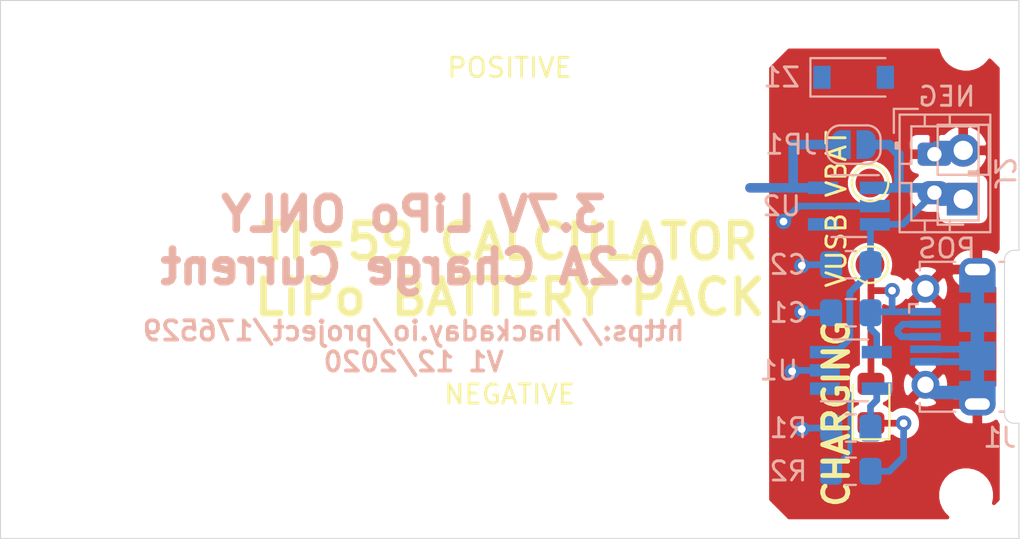
<source format=kicad_pcb>
(kicad_pcb (version 20171130) (host pcbnew "(5.1.6)-1")

  (general
    (thickness 1.6)
    (drawings 119)
    (tracks 85)
    (zones 0)
    (modules 18)
    (nets 9)
  )

  (page A4)
  (layers
    (0 F.Cu signal hide)
    (31 B.Cu signal)
    (32 B.Adhes user hide)
    (33 F.Adhes user hide)
    (34 B.Paste user hide)
    (35 F.Paste user hide)
    (36 B.SilkS user)
    (37 F.SilkS user)
    (38 B.Mask user hide)
    (39 F.Mask user hide)
    (40 Dwgs.User user hide)
    (41 Cmts.User user hide)
    (42 Eco1.User user hide)
    (43 Eco2.User user hide)
    (44 Edge.Cuts user)
    (45 Margin user hide)
    (46 B.CrtYd user hide)
    (47 F.CrtYd user hide)
    (48 B.Fab user hide)
    (49 F.Fab user hide)
  )

  (setup
    (last_trace_width 0.5)
    (user_trace_width 0.35)
    (user_trace_width 0.5)
    (user_trace_width 0.7)
    (user_trace_width 1)
    (user_trace_width 1.25)
    (user_trace_width 1.5)
    (user_trace_width 2)
    (trace_clearance 0.2)
    (zone_clearance 0.4)
    (zone_45_only no)
    (trace_min 0.2)
    (via_size 0.8)
    (via_drill 0.4)
    (via_min_size 0.4)
    (via_min_drill 0.3)
    (user_via 1 0.5)
    (user_via 1.4 0.7)
    (uvia_size 0.3)
    (uvia_drill 0.1)
    (uvias_allowed no)
    (uvia_min_size 0.2)
    (uvia_min_drill 0.1)
    (edge_width 0.05)
    (segment_width 0.2)
    (pcb_text_width 0.3)
    (pcb_text_size 1.5 1.5)
    (mod_edge_width 0.12)
    (mod_text_size 1 1)
    (mod_text_width 0.15)
    (pad_size 1.2 1.75)
    (pad_drill 0.75)
    (pad_to_mask_clearance 0.05)
    (aux_axis_origin 0 0)
    (grid_origin 150 78)
    (visible_elements 7FFFFFFF)
    (pcbplotparams
      (layerselection 0x010fc_ffffffff)
      (usegerberextensions false)
      (usegerberattributes true)
      (usegerberadvancedattributes true)
      (creategerberjobfile true)
      (excludeedgelayer true)
      (linewidth 0.100000)
      (plotframeref false)
      (viasonmask false)
      (mode 1)
      (useauxorigin false)
      (hpglpennumber 1)
      (hpglpenspeed 20)
      (hpglpendiameter 15.000000)
      (psnegative false)
      (psa4output false)
      (plotreference true)
      (plotvalue true)
      (plotinvisibletext false)
      (padsonsilk false)
      (subtractmaskfromsilk false)
      (outputformat 1)
      (mirror false)
      (drillshape 1)
      (scaleselection 1)
      (outputdirectory ""))
  )

  (net 0 "")
  (net 1 GND)
  (net 2 "Net-(D1-Pad1)")
  (net 3 "Net-(J1-Pad2)")
  (net 4 "Net-(R1-Pad1)")
  (net 5 "Net-(R2-Pad1)")
  (net 6 /VUSB)
  (net 7 /VBAT)
  (net 8 /POS)

  (net_class Default "This is the default net class."
    (clearance 0.2)
    (trace_width 0.25)
    (via_dia 0.8)
    (via_drill 0.4)
    (uvia_dia 0.3)
    (uvia_drill 0.1)
    (add_net /POS)
    (add_net /VBAT)
    (add_net /VUSB)
    (add_net GND)
    (add_net "Net-(D1-Pad1)")
    (add_net "Net-(J1-Pad2)")
    (add_net "Net-(R1-Pad1)")
    (add_net "Net-(R2-Pad1)")
  )

  (module LED_SMD:LED_0805_2012Metric_Pad1.15x1.40mm_HandSolder (layer F.Cu) (tedit 5B4B45C9) (tstamp 5FE3D590)
    (at 168.8 82.975 90)
    (descr "LED SMD 0805 (2012 Metric), square (rectangular) end terminal, IPC_7351 nominal, (Body size source: https://docs.google.com/spreadsheets/d/1BsfQQcO9C6DZCsRaXUlFlo91Tg2WpOkGARC1WS5S8t0/edit?usp=sharing), generated with kicad-footprint-generator")
    (tags "LED handsolder")
    (path /5FA329BC)
    (attr smd)
    (fp_text reference D1 (at 3.25 0 270) (layer F.SilkS) hide
      (effects (font (size 1 1) (thickness 0.15)))
    )
    (fp_text value LED (at 0 2.145 270) (layer F.Fab)
      (effects (font (size 1 1) (thickness 0.15)))
    )
    (fp_line (start 1.85 0.95) (end -1.85 0.95) (layer F.CrtYd) (width 0.05))
    (fp_line (start 1.85 -0.95) (end 1.85 0.95) (layer F.CrtYd) (width 0.05))
    (fp_line (start -1.85 -0.95) (end 1.85 -0.95) (layer F.CrtYd) (width 0.05))
    (fp_line (start -1.85 0.95) (end -1.85 -0.95) (layer F.CrtYd) (width 0.05))
    (fp_line (start -1.86 0.96) (end 1 0.96) (layer F.SilkS) (width 0.12))
    (fp_line (start -1.86 -0.96) (end -1.86 0.96) (layer F.SilkS) (width 0.12))
    (fp_line (start 1 -0.96) (end -1.86 -0.96) (layer F.SilkS) (width 0.12))
    (fp_line (start 1 0.6) (end 1 -0.6) (layer F.Fab) (width 0.1))
    (fp_line (start -1 0.6) (end 1 0.6) (layer F.Fab) (width 0.1))
    (fp_line (start -1 -0.3) (end -1 0.6) (layer F.Fab) (width 0.1))
    (fp_line (start -0.7 -0.6) (end -1 -0.3) (layer F.Fab) (width 0.1))
    (fp_line (start 1 -0.6) (end -0.7 -0.6) (layer F.Fab) (width 0.1))
    (fp_text user %R (at 0 0 270) (layer F.Fab)
      (effects (font (size 0.8 0.8) (thickness 0.12)))
    )
    (pad 2 smd roundrect (at 1.025 0 90) (size 1.15 1.4) (layers F.Cu F.Paste F.Mask) (roundrect_rratio 0.217391)
      (net 6 /VUSB))
    (pad 1 smd roundrect (at -1.025 0 90) (size 1.15 1.4) (layers F.Cu F.Paste F.Mask) (roundrect_rratio 0.217391)
      (net 2 "Net-(D1-Pad1)"))
    (model ${KISYS3DMOD}/LED_SMD.3dshapes/LED_0805_2012Metric.wrl
      (at (xyz 0 0 0))
      (scale (xyz 1 1 1))
      (rotate (xyz 0 0 0))
    )
  )

  (module MountingHole:MountingHole_2mm (layer F.Cu) (tedit 5B924920) (tstamp 5FE15CB5)
    (at 173.75 87.75)
    (descr "Mounting Hole 2mm, no annular")
    (tags "mounting hole 2mm no annular")
    (path /5FA6D864)
    (attr virtual)
    (fp_text reference H1 (at 0 -2.5) (layer F.SilkS) hide
      (effects (font (size 1 1) (thickness 0.15)))
    )
    (fp_text value MountingHole (at 0 3.1) (layer F.Fab)
      (effects (font (size 1 1) (thickness 0.15)))
    )
    (fp_circle (center 0 0) (end 2.25 0) (layer F.CrtYd) (width 0.05))
    (fp_circle (center 0 0) (end 2 0) (layer Cmts.User) (width 0.15))
    (fp_text user %R (at 0.3 0) (layer F.Fab)
      (effects (font (size 1 1) (thickness 0.15)))
    )
    (pad "" np_thru_hole circle (at 0 0) (size 2 2) (drill 2) (layers *.Cu *.Mask))
  )

  (module MountingHole:MountingHole_2mm (layer F.Cu) (tedit 5B924920) (tstamp 5FE16267)
    (at 126.15 64.25)
    (descr "Mounting Hole 2mm, no annular")
    (tags "mounting hole 2mm no annular")
    (path /5FA6FD8A)
    (attr virtual)
    (fp_text reference H2 (at 0.1 2.5) (layer F.SilkS) hide
      (effects (font (size 1 1) (thickness 0.15)))
    )
    (fp_text value MountingHole (at 0 3.1) (layer F.Fab)
      (effects (font (size 1 1) (thickness 0.15)))
    )
    (fp_circle (center 0 0) (end 2.25 0) (layer F.CrtYd) (width 0.05))
    (fp_circle (center 0 0) (end 2 0) (layer Cmts.User) (width 0.15))
    (fp_text user %R (at 0.3 0) (layer F.Fab)
      (effects (font (size 1 1) (thickness 0.15)))
    )
    (pad "" np_thru_hole circle (at 0 0) (size 2 2) (drill 2) (layers *.Cu *.Mask))
  )

  (module TestPoint:TestPoint_Pad_D1.5mm (layer F.Cu) (tedit 5A0F774F) (tstamp 5FE81AD9)
    (at 168.75 75.75)
    (descr "SMD pad as test Point, diameter 1.5mm")
    (tags "test point SMD pad")
    (path /5FA6481C)
    (attr virtual)
    (fp_text reference TP1 (at -2.5 0) (layer F.SilkS) hide
      (effects (font (size 1 1) (thickness 0.15)))
    )
    (fp_text value VUSB (at 0 2) (layer F.Fab) hide
      (effects (font (size 1 1) (thickness 0.15)))
    )
    (fp_circle (center 0 0) (end 1.25 0) (layer F.CrtYd) (width 0.05))
    (fp_circle (center 0 0) (end 0 0.95) (layer F.SilkS) (width 0.12))
    (fp_text user %R (at 0 -1.75) (layer F.Fab)
      (effects (font (size 1 1) (thickness 0.15)))
    )
    (fp_text user %V (at -1.75 -0.75 270) (layer F.SilkS)
      (effects (font (size 1 1) (thickness 0.15)))
    )
    (pad 1 smd circle (at 0 0) (size 1.5 1.5) (layers F.Cu F.Mask)
      (net 6 /VUSB))
  )

  (module TestPoint:TestPoint_Pad_D1.5mm (layer F.Cu) (tedit 5A0F774F) (tstamp 5FA4DD4B)
    (at 168.75 71.5 270)
    (descr "SMD pad as test Point, diameter 1.5mm")
    (tags "test point SMD pad")
    (path /5FA6BB86)
    (attr virtual)
    (fp_text reference TP2 (at 0 2.5) (layer F.SilkS) hide
      (effects (font (size 1 1) (thickness 0.15)))
    )
    (fp_text value VBAT (at 1.75 0 180) (layer F.Fab)
      (effects (font (size 1 1) (thickness 0.15)))
    )
    (fp_circle (center 0 0) (end 1.25 0) (layer F.CrtYd) (width 0.05))
    (fp_circle (center 0 0) (end 0 0.95) (layer F.SilkS) (width 0.12))
    (fp_text user %R (at -1.75 0 180) (layer F.Fab) hide
      (effects (font (size 1 1) (thickness 0.15)))
    )
    (fp_text user %V (at -1 1.75 90) (layer F.SilkS)
      (effects (font (size 1 1) (thickness 0.15)))
    )
    (pad 1 smd circle (at 0 0 270) (size 1.5 1.5) (layers F.Cu F.Mask)
      (net 7 /VBAT))
  )

  (module Connector_USB:USB_Micro-B_Molex-105017-0001 (layer B.Cu) (tedit 5FCA4985) (tstamp 5FE16B3C)
    (at 173.1 79.5 270)
    (descr http://www.molex.com/pdm_docs/sd/1050170001_sd.pdf)
    (tags "Micro-USB SMD Typ-B")
    (path /5FA30285)
    (attr smd)
    (fp_text reference J1 (at 5.25 -2.4 180) (layer B.SilkS)
      (effects (font (size 1 1) (thickness 0.15)) (justify mirror))
    )
    (fp_text value USB_B_Micro (at 0.25 -4.5 90) (layer B.Fab)
      (effects (font (size 1 1) (thickness 0.15)) (justify mirror))
    )
    (fp_line (start -1.1 2.1225) (end -1.1 1.9125) (layer B.Fab) (width 0.1))
    (fp_line (start -1.5 2.1225) (end -1.5 1.9125) (layer B.Fab) (width 0.1))
    (fp_line (start -1.5 2.1225) (end -1.1 2.1225) (layer B.Fab) (width 0.1))
    (fp_line (start -1.1 1.9125) (end -1.3 1.7125) (layer B.Fab) (width 0.1))
    (fp_line (start -1.3 1.7125) (end -1.5 1.9125) (layer B.Fab) (width 0.1))
    (fp_line (start -1.7 2.3125) (end -1.7 1.8625) (layer B.SilkS) (width 0.12))
    (fp_line (start -1.7 2.3125) (end -1.25 2.3125) (layer B.SilkS) (width 0.12))
    (fp_line (start 3.9 1.7625) (end 3.45 1.7625) (layer B.SilkS) (width 0.12))
    (fp_line (start 3.9 -0.0875) (end 3.9 1.7625) (layer B.SilkS) (width 0.12))
    (fp_line (start -3.9 -2.6375) (end -3.9 -2.3875) (layer B.SilkS) (width 0.12))
    (fp_line (start -3.75 -3.3875) (end -3.75 1.6125) (layer B.Fab) (width 0.1))
    (fp_line (start -3.75 1.6125) (end 3.75 1.6125) (layer B.Fab) (width 0.1))
    (fp_line (start -3.75 -3.389204) (end 3.75 -3.389204) (layer B.Fab) (width 0.1))
    (fp_line (start -3 -2.689204) (end 3 -2.689204) (layer B.Fab) (width 0.1))
    (fp_line (start 3.75 -3.3875) (end 3.75 1.6125) (layer B.Fab) (width 0.1))
    (fp_line (start 3.9 -2.6375) (end 3.9 -2.3875) (layer B.SilkS) (width 0.12))
    (fp_line (start -3.9 -0.0875) (end -3.9 1.7625) (layer B.SilkS) (width 0.12))
    (fp_line (start -3.9 1.7625) (end -3.45 1.7625) (layer B.SilkS) (width 0.12))
    (fp_line (start -4.4 -3.64) (end -4.4 2.46) (layer B.CrtYd) (width 0.05))
    (fp_line (start -4.4 2.46) (end 4.4 2.46) (layer B.CrtYd) (width 0.05))
    (fp_line (start 4.4 2.46) (end 4.4 -3.64) (layer B.CrtYd) (width 0.05))
    (fp_line (start -4.4 -3.64) (end 4.4 -3.64) (layer B.CrtYd) (width 0.05))
    (fp_text user "PCB Edge" (at 0 -2.6875 90) (layer B.Fab)
      (effects (font (size 0.5 0.5) (thickness 0.08)))
    )
    (fp_text user %R (at 0 -0.8875 90) (layer B.Fab)
      (effects (font (size 1 1) (thickness 0.15)) (justify mirror))
    )
    (pad 6 smd rect (at 1 -1.2375 270) (size 1.5 1.9) (layers B.Cu B.Paste B.Mask)
      (net 1 GND))
    (pad 6 thru_hole circle (at -2.5 1.4625 270) (size 1.45 1.45) (drill 0.85) (layers *.Cu *.Mask)
      (net 1 GND))
    (pad 2 smd rect (at -0.65 1.4625 270) (size 0.4 1.6) (layers B.Cu B.Paste B.Mask)
      (net 3 "Net-(J1-Pad2)"))
    (pad 1 smd rect (at -1.3 1.4625 270) (size 0.4 1.6) (layers B.Cu B.Paste B.Mask)
      (net 6 /VUSB))
    (pad 5 smd rect (at 1.3 1.4625 270) (size 0.4 1.6) (layers B.Cu B.Paste B.Mask)
      (net 1 GND))
    (pad 4 smd rect (at 0.65 1.4625 270) (size 0.4 1.6) (layers B.Cu B.Paste B.Mask)
      (net 1 GND))
    (pad 3 smd rect (at 0 1.4625 270) (size 0.4 1.6) (layers B.Cu B.Paste B.Mask)
      (net 3 "Net-(J1-Pad2)"))
    (pad 6 thru_hole circle (at 2.5 1.4625 270) (size 1.45 1.45) (drill 0.85) (layers *.Cu *.Mask)
      (net 1 GND))
    (pad 6 smd rect (at -1 -1.2375 270) (size 1.5 1.9) (layers B.Cu B.Paste B.Mask)
      (net 1 GND))
    (pad 6 thru_hole oval (at -3.5 -1.2375 90) (size 1.2 1.9) (drill oval 0.6 1.3) (layers *.Cu *.Mask)
      (net 1 GND))
    (pad 6 thru_hole oval (at 3.5 -1.2375 270) (size 1.2 1.9) (drill oval 0.6 1.3) (layers *.Cu *.Mask)
      (net 1 GND))
    (pad 6 smd rect (at 2.9 -1.2375 270) (size 1.2 1.9) (layers B.Cu B.Mask)
      (net 1 GND))
    (pad 6 smd rect (at -2.9 -1.2375 270) (size 1.2 1.9) (layers B.Cu B.Mask)
      (net 1 GND))
    (model ${KIPRJMOD}/105017-0001_stp/1050170001.stp
      (offset (xyz 0 -1 1.2))
      (scale (xyz 1 1 1))
      (rotate (xyz 90 180 180))
    )
  )

  (module Jumper:SolderJumper-2_P1.3mm_Open_RoundedPad1.0x1.5mm (layer B.Cu) (tedit 5B391E66) (tstamp 5FE3D152)
    (at 167.9 69.5 180)
    (descr "SMD Solder Jumper, 1x1.5mm, rounded Pads, 0.3mm gap, open")
    (tags "solder jumper open")
    (path /5FC68823)
    (attr virtual)
    (fp_text reference JP1 (at 3.25 0) (layer B.SilkS)
      (effects (font (size 1 1) (thickness 0.15)) (justify mirror))
    )
    (fp_text value BYPASS (at 3.15 0) (layer B.Fab)
      (effects (font (size 0.5 0.5) (thickness 0.08)) (justify mirror))
    )
    (fp_line (start 1.65 -1.25) (end -1.65 -1.25) (layer B.CrtYd) (width 0.05))
    (fp_line (start 1.65 -1.25) (end 1.65 1.25) (layer B.CrtYd) (width 0.05))
    (fp_line (start -1.65 1.25) (end -1.65 -1.25) (layer B.CrtYd) (width 0.05))
    (fp_line (start -1.65 1.25) (end 1.65 1.25) (layer B.CrtYd) (width 0.05))
    (fp_line (start -0.7 1) (end 0.7 1) (layer B.SilkS) (width 0.12))
    (fp_line (start 1.4 0.3) (end 1.4 -0.3) (layer B.SilkS) (width 0.12))
    (fp_line (start 0.7 -1) (end -0.7 -1) (layer B.SilkS) (width 0.12))
    (fp_line (start -1.4 -0.3) (end -1.4 0.3) (layer B.SilkS) (width 0.12))
    (fp_arc (start 0.7 0.3) (end 1.4 0.3) (angle 90) (layer B.SilkS) (width 0.12))
    (fp_arc (start 0.7 -0.3) (end 0.7 -1) (angle 90) (layer B.SilkS) (width 0.12))
    (fp_arc (start -0.7 -0.3) (end -1.4 -0.3) (angle 90) (layer B.SilkS) (width 0.12))
    (fp_arc (start -0.7 0.3) (end -0.7 1) (angle 90) (layer B.SilkS) (width 0.12))
    (pad 1 smd custom (at -0.65 0 180) (size 1 0.5) (layers B.Cu B.Mask)
      (net 7 /VBAT) (zone_connect 2)
      (options (clearance outline) (anchor rect))
      (primitives
        (gr_circle (center 0 -0.25) (end 0.5 -0.25) (width 0))
        (gr_circle (center 0 0.25) (end 0.5 0.25) (width 0))
        (gr_poly (pts
           (xy 0 0.75) (xy 0.5 0.75) (xy 0.5 -0.75) (xy 0 -0.75)) (width 0))
      ))
    (pad 2 smd custom (at 0.65 0 180) (size 1 0.5) (layers B.Cu B.Mask)
      (net 8 /POS) (zone_connect 2)
      (options (clearance outline) (anchor rect))
      (primitives
        (gr_circle (center 0 -0.25) (end 0.5 -0.25) (width 0))
        (gr_circle (center 0 0.25) (end 0.5 0.25) (width 0))
        (gr_poly (pts
           (xy 0 0.75) (xy -0.5 0.75) (xy -0.5 -0.75) (xy 0 -0.75)) (width 0))
      ))
  )

  (module Diode_SMD:D_SOD-123 (layer B.Cu) (tedit 58645DC7) (tstamp 5FE82474)
    (at 167.9 66)
    (descr SOD-123)
    (tags SOD-123)
    (path /5FBFFFE1)
    (attr smd)
    (fp_text reference Z1 (at -3.75 0) (layer B.SilkS)
      (effects (font (size 1 1) (thickness 0.15)) (justify mirror))
    )
    (fp_text value MMBZ5231 (at -4.75 0) (layer B.Fab)
      (effects (font (size 0.5 0.5) (thickness 0.08)) (justify mirror))
    )
    (fp_line (start -2.25 1) (end 1.65 1) (layer B.SilkS) (width 0.12))
    (fp_line (start -2.25 -1) (end 1.65 -1) (layer B.SilkS) (width 0.12))
    (fp_line (start -2.35 1.15) (end -2.35 -1.15) (layer B.CrtYd) (width 0.05))
    (fp_line (start 2.35 -1.15) (end -2.35 -1.15) (layer B.CrtYd) (width 0.05))
    (fp_line (start 2.35 1.15) (end 2.35 -1.15) (layer B.CrtYd) (width 0.05))
    (fp_line (start -2.35 1.15) (end 2.35 1.15) (layer B.CrtYd) (width 0.05))
    (fp_line (start -1.4 0.9) (end 1.4 0.9) (layer B.Fab) (width 0.1))
    (fp_line (start 1.4 0.9) (end 1.4 -0.9) (layer B.Fab) (width 0.1))
    (fp_line (start 1.4 -0.9) (end -1.4 -0.9) (layer B.Fab) (width 0.1))
    (fp_line (start -1.4 -0.9) (end -1.4 0.9) (layer B.Fab) (width 0.1))
    (fp_line (start -0.75 0) (end -0.35 0) (layer B.Fab) (width 0.1))
    (fp_line (start -0.35 0) (end -0.35 0.55) (layer B.Fab) (width 0.1))
    (fp_line (start -0.35 0) (end -0.35 -0.55) (layer B.Fab) (width 0.1))
    (fp_line (start -0.35 0) (end 0.25 0.4) (layer B.Fab) (width 0.1))
    (fp_line (start 0.25 0.4) (end 0.25 -0.4) (layer B.Fab) (width 0.1))
    (fp_line (start 0.25 -0.4) (end -0.35 0) (layer B.Fab) (width 0.1))
    (fp_line (start 0.25 0) (end 0.75 0) (layer B.Fab) (width 0.1))
    (fp_line (start -2.25 1) (end -2.25 -1) (layer B.SilkS) (width 0.12))
    (fp_text user %R (at -0.5 -2) (layer B.Fab)
      (effects (font (size 1 1) (thickness 0.15)) (justify mirror))
    )
    (pad 1 smd rect (at -1.65 0) (size 0.9 1.2) (layers B.Cu B.Paste B.Mask)
      (net 8 /POS))
    (pad 2 smd rect (at 1.65 0) (size 0.9 1.2) (layers B.Cu B.Paste B.Mask)
      (net 1 GND))
    (model ${KISYS3DMOD}/Diode_SMD.3dshapes/D_SOD-123.wrl
      (at (xyz 0 0 0))
      (scale (xyz 1 1 1))
      (rotate (xyz 0 0 0))
    )
  )

  (module Connector_JST:JST_PH_B2B-PH-K_1x02_P2.00mm_Vertical (layer B.Cu) (tedit 5FE7DE2A) (tstamp 5FE16A6E)
    (at 172.1 70 270)
    (descr "JST PH series connector, B2B-PH-K (http://www.jst-mfg.com/product/pdf/eng/ePH.pdf), generated with kicad-footprint-generator")
    (tags "connector JST PH side entry")
    (path /5FA46519)
    (fp_text reference J2 (at 1 -3.65 270 unlocked) (layer B.SilkS)
      (effects (font (size 1 1) (thickness 0.15)) (justify mirror))
    )
    (fp_text value "JST PH 2mm" (at -3.5 1.1 90) (layer B.Fab)
      (effects (font (size 0.5 0.5) (thickness 0.08)) (justify mirror))
    )
    (fp_line (start 4.45 2.2) (end -2.45 2.2) (layer B.CrtYd) (width 0.05))
    (fp_line (start 4.45 -3.3) (end 4.45 2.2) (layer B.CrtYd) (width 0.05))
    (fp_line (start -2.45 -3.3) (end 4.45 -3.3) (layer B.CrtYd) (width 0.05))
    (fp_line (start -2.45 2.2) (end -2.45 -3.3) (layer B.CrtYd) (width 0.05))
    (fp_line (start 3.95 1.7) (end -1.95 1.7) (layer B.Fab) (width 0.1))
    (fp_line (start 3.95 -2.8) (end 3.95 1.7) (layer B.Fab) (width 0.1))
    (fp_line (start -1.95 -2.8) (end 3.95 -2.8) (layer B.Fab) (width 0.1))
    (fp_line (start -1.95 1.7) (end -1.95 -2.8) (layer B.Fab) (width 0.1))
    (fp_line (start -2.36 2.11) (end -2.36 0.86) (layer B.Fab) (width 0.1))
    (fp_line (start -1.11 2.11) (end -2.36 2.11) (layer B.Fab) (width 0.1))
    (fp_line (start -2.36 2.11) (end -2.36 0.86) (layer B.SilkS) (width 0.12))
    (fp_line (start -1.11 2.11) (end -2.36 2.11) (layer B.SilkS) (width 0.12))
    (fp_line (start 1 -2.3) (end 1 -1.8) (layer B.SilkS) (width 0.12))
    (fp_line (start 1.1 -1.8) (end 1.1 -2.3) (layer B.SilkS) (width 0.12))
    (fp_line (start 0.9 -1.8) (end 1.1 -1.8) (layer B.SilkS) (width 0.12))
    (fp_line (start 0.9 -2.3) (end 0.9 -1.8) (layer B.SilkS) (width 0.12))
    (fp_line (start 4.06 -0.8) (end 3.45 -0.8) (layer B.SilkS) (width 0.12))
    (fp_line (start 4.06 0.5) (end 3.45 0.5) (layer B.SilkS) (width 0.12))
    (fp_line (start -2.06 -0.8) (end -1.45 -0.8) (layer B.SilkS) (width 0.12))
    (fp_line (start -2.06 0.5) (end -1.45 0.5) (layer B.SilkS) (width 0.12))
    (fp_line (start 1.5 1.2) (end 1.5 1.81) (layer B.SilkS) (width 0.12))
    (fp_line (start 3.45 1.2) (end 1.5 1.2) (layer B.SilkS) (width 0.12))
    (fp_line (start 3.45 -2.3) (end 3.45 1.2) (layer B.SilkS) (width 0.12))
    (fp_line (start -1.45 -2.3) (end 3.45 -2.3) (layer B.SilkS) (width 0.12))
    (fp_line (start -1.45 1.2) (end -1.45 -2.3) (layer B.SilkS) (width 0.12))
    (fp_line (start 0.5 1.2) (end -1.45 1.2) (layer B.SilkS) (width 0.12))
    (fp_line (start 0.5 1.81) (end 0.5 1.2) (layer B.SilkS) (width 0.12))
    (fp_line (start -0.3 1.91) (end -0.6 1.91) (layer B.SilkS) (width 0.12))
    (fp_line (start -0.6 2.01) (end -0.6 1.81) (layer B.SilkS) (width 0.12))
    (fp_line (start -0.3 2.01) (end -0.6 2.01) (layer B.SilkS) (width 0.12))
    (fp_line (start -0.3 1.81) (end -0.3 2.01) (layer B.SilkS) (width 0.12))
    (fp_line (start 4.06 1.81) (end -2.06 1.81) (layer B.SilkS) (width 0.12))
    (fp_line (start 4.06 -2.91) (end 4.06 1.81) (layer B.SilkS) (width 0.12))
    (fp_line (start -2.06 -2.91) (end 4.06 -2.91) (layer B.SilkS) (width 0.12))
    (fp_line (start -2.06 1.81) (end -2.06 -2.91) (layer B.SilkS) (width 0.12))
    (fp_text user %R (at 1 -1.5 90) (layer B.Fab)
      (effects (font (size 1 1) (thickness 0.15)) (justify mirror))
    )
    (pad 1 thru_hole roundrect (at 0 0 270) (size 1.2 1.75) (drill 0.75) (layers *.Cu *.Mask) (roundrect_rratio 0.208333)
      (net 1 GND))
    (pad 2 thru_hole oval (at 2 0 270) (size 1.2 1.75) (drill 0.75) (layers *.Cu *.Mask)
      (net 7 /VBAT))
    (model ${KISYS3DMOD}/Connector_JST.3dshapes/JST_PH_B2B-PH-K_1x02_P2.00mm_Vertical.wrl
      (at (xyz 0 0 0))
      (scale (xyz 1 1 1))
      (rotate (xyz 0 0 0))
    )
  )

  (module Connector_PinHeader_2.54mm:PinHeader_1x02_P2.54mm_Vertical (layer B.Cu) (tedit 5FE7DE21) (tstamp 5FCA6D78)
    (at 173.6 72.34)
    (descr "Through hole straight pin header, 1x02, 2.54mm pitch, single row")
    (tags "Through hole pin header THT 1x02 2.54mm single row")
    (path /5FA5D61E)
    (fp_text reference J3 (at 0 2.33) (layer B.SilkS) hide
      (effects (font (size 1 1) (thickness 0.15)) (justify mirror))
    )
    (fp_text value 2.54mm (at 0.65 -5.84 90) (layer B.Fab)
      (effects (font (size 0.5 0.5) (thickness 0.08)) (justify mirror))
    )
    (fp_line (start 1.8 1.8) (end -1.8 1.8) (layer B.CrtYd) (width 0.05))
    (fp_line (start 1.8 -4.35) (end 1.8 1.8) (layer B.CrtYd) (width 0.05))
    (fp_line (start -1.8 -4.35) (end 1.8 -4.35) (layer B.CrtYd) (width 0.05))
    (fp_line (start -1.8 1.8) (end -1.8 -4.35) (layer B.CrtYd) (width 0.05))
    (fp_line (start -1.33 1.33) (end 0 1.33) (layer B.SilkS) (width 0.12))
    (fp_line (start -1.33 0) (end -1.33 1.33) (layer B.SilkS) (width 0.12))
    (fp_line (start -1.33 -1.27) (end 1.33 -1.27) (layer B.SilkS) (width 0.12))
    (fp_line (start 1.33 -1.27) (end 1.33 -3.87) (layer B.SilkS) (width 0.12))
    (fp_line (start -1.33 -1.27) (end -1.33 -3.87) (layer B.SilkS) (width 0.12))
    (fp_line (start -1.33 -3.87) (end 1.33 -3.87) (layer B.SilkS) (width 0.12))
    (fp_line (start -1.27 0.635) (end -0.635 1.27) (layer B.Fab) (width 0.1))
    (fp_line (start -1.27 -3.81) (end -1.27 0.635) (layer B.Fab) (width 0.1))
    (fp_line (start 1.27 -3.81) (end -1.27 -3.81) (layer B.Fab) (width 0.1))
    (fp_line (start 1.27 1.27) (end 1.27 -3.81) (layer B.Fab) (width 0.1))
    (fp_line (start -0.635 1.27) (end 1.27 1.27) (layer B.Fab) (width 0.1))
    (fp_text user %R (at 0 -1.27 270) (layer B.Fab)
      (effects (font (size 1 1) (thickness 0.15)) (justify mirror))
    )
    (pad 1 thru_hole rect (at 0 0) (size 1.7 1.7) (drill 1) (layers *.Cu *.Mask)
      (net 7 /VBAT))
    (pad 2 thru_hole oval (at 0 -2.54) (size 1.7 1.7) (drill 1) (layers *.Cu *.Mask)
      (net 1 GND))
    (model ${KISYS3DMOD}/Connector_PinHeader_2.54mm.3dshapes/PinHeader_1x02_P2.54mm_Vertical.wrl
      (at (xyz 0 0 0))
      (scale (xyz 1 1 1))
      (rotate (xyz 0 0 0))
    )
  )

  (module MountingHole:MountingHole_2mm (layer F.Cu) (tedit 5B924920) (tstamp 5FE161D8)
    (at 126 87.75)
    (descr "Mounting Hole 2mm, no annular")
    (tags "mounting hole 2mm no annular")
    (path /5FE17461)
    (attr virtual)
    (fp_text reference H3 (at 0 -2.5) (layer F.SilkS) hide
      (effects (font (size 1 1) (thickness 0.15)))
    )
    (fp_text value MountingHole (at 0 3.1) (layer F.Fab)
      (effects (font (size 1 1) (thickness 0.15)))
    )
    (fp_circle (center 0 0) (end 2 0) (layer Cmts.User) (width 0.15))
    (fp_circle (center 0 0) (end 2.25 0) (layer F.CrtYd) (width 0.05))
    (fp_text user %R (at 0.3 0) (layer F.Fab)
      (effects (font (size 1 1) (thickness 0.15)))
    )
    (pad "" np_thru_hole circle (at 0 0) (size 2 2) (drill 2) (layers *.Cu *.Mask))
  )

  (module MountingHole:MountingHole_2mm (layer F.Cu) (tedit 5B924920) (tstamp 5FE161E0)
    (at 173.75 64.25)
    (descr "Mounting Hole 2mm, no annular")
    (tags "mounting hole 2mm no annular")
    (path /5FE17467)
    (attr virtual)
    (fp_text reference H4 (at 0 2.5) (layer F.SilkS) hide
      (effects (font (size 1 1) (thickness 0.15)))
    )
    (fp_text value MountingHole (at 0 3.1) (layer F.Fab)
      (effects (font (size 1 1) (thickness 0.15)))
    )
    (fp_circle (center 0 0) (end 2.25 0) (layer F.CrtYd) (width 0.05))
    (fp_circle (center 0 0) (end 2 0) (layer Cmts.User) (width 0.15))
    (fp_text user %R (at 0.3 0) (layer F.Fab)
      (effects (font (size 1 1) (thickness 0.15)))
    )
    (pad "" np_thru_hole circle (at 0 0) (size 2 2) (drill 2) (layers *.Cu *.Mask))
  )

  (module Capacitor_SMD:C_0805_2012Metric_Pad1.15x1.40mm_HandSolder (layer B.Cu) (tedit 5B36C52B) (tstamp 5FE80DB3)
    (at 167.75 78.25 180)
    (descr "Capacitor SMD 0805 (2012 Metric), square (rectangular) end terminal, IPC_7351 nominal with elongated pad for handsoldering. (Body size source: https://docs.google.com/spreadsheets/d/1BsfQQcO9C6DZCsRaXUlFlo91Tg2WpOkGARC1WS5S8t0/edit?usp=sharing), generated with kicad-footprint-generator")
    (tags "capacitor handsolder")
    (path /5FA386FD)
    (attr smd)
    (fp_text reference C1 (at 3.25 0) (layer B.SilkS)
      (effects (font (size 1 1) (thickness 0.15)) (justify mirror))
    )
    (fp_text value 4.7uF (at 0 -1.65) (layer B.Fab)
      (effects (font (size 1 1) (thickness 0.15)) (justify mirror))
    )
    (fp_text user %R (at 0 0) (layer B.Fab)
      (effects (font (size 0.5 0.5) (thickness 0.08)) (justify mirror))
    )
    (fp_line (start -1 -0.6) (end -1 0.6) (layer B.Fab) (width 0.1))
    (fp_line (start -1 0.6) (end 1 0.6) (layer B.Fab) (width 0.1))
    (fp_line (start 1 0.6) (end 1 -0.6) (layer B.Fab) (width 0.1))
    (fp_line (start 1 -0.6) (end -1 -0.6) (layer B.Fab) (width 0.1))
    (fp_line (start -0.261252 0.71) (end 0.261252 0.71) (layer B.SilkS) (width 0.12))
    (fp_line (start -0.261252 -0.71) (end 0.261252 -0.71) (layer B.SilkS) (width 0.12))
    (fp_line (start -1.85 -0.95) (end -1.85 0.95) (layer B.CrtYd) (width 0.05))
    (fp_line (start -1.85 0.95) (end 1.85 0.95) (layer B.CrtYd) (width 0.05))
    (fp_line (start 1.85 0.95) (end 1.85 -0.95) (layer B.CrtYd) (width 0.05))
    (fp_line (start 1.85 -0.95) (end -1.85 -0.95) (layer B.CrtYd) (width 0.05))
    (pad 2 smd roundrect (at 1.025 0 180) (size 1.15 1.4) (layers B.Cu B.Paste B.Mask) (roundrect_rratio 0.217391)
      (net 1 GND))
    (pad 1 smd roundrect (at -1.025 0 180) (size 1.15 1.4) (layers B.Cu B.Paste B.Mask) (roundrect_rratio 0.217391)
      (net 6 /VUSB))
    (model ${KISYS3DMOD}/Capacitor_SMD.3dshapes/C_0805_2012Metric.wrl
      (at (xyz 0 0 0))
      (scale (xyz 1 1 1))
      (rotate (xyz 0 0 0))
    )
  )

  (module Capacitor_SMD:C_0805_2012Metric_Pad1.15x1.40mm_HandSolder (layer B.Cu) (tedit 5B36C52B) (tstamp 5FE80DC3)
    (at 167.75 75.75 180)
    (descr "Capacitor SMD 0805 (2012 Metric), square (rectangular) end terminal, IPC_7351 nominal with elongated pad for handsoldering. (Body size source: https://docs.google.com/spreadsheets/d/1BsfQQcO9C6DZCsRaXUlFlo91Tg2WpOkGARC1WS5S8t0/edit?usp=sharing), generated with kicad-footprint-generator")
    (tags "capacitor handsolder")
    (path /5FB54FB6)
    (attr smd)
    (fp_text reference C2 (at 3.25 0) (layer B.SilkS)
      (effects (font (size 1 1) (thickness 0.15)) (justify mirror))
    )
    (fp_text value 4.7uF (at 0 -1.65) (layer B.Fab)
      (effects (font (size 1 1) (thickness 0.15)) (justify mirror))
    )
    (fp_line (start 1.85 -0.95) (end -1.85 -0.95) (layer B.CrtYd) (width 0.05))
    (fp_line (start 1.85 0.95) (end 1.85 -0.95) (layer B.CrtYd) (width 0.05))
    (fp_line (start -1.85 0.95) (end 1.85 0.95) (layer B.CrtYd) (width 0.05))
    (fp_line (start -1.85 -0.95) (end -1.85 0.95) (layer B.CrtYd) (width 0.05))
    (fp_line (start -0.261252 -0.71) (end 0.261252 -0.71) (layer B.SilkS) (width 0.12))
    (fp_line (start -0.261252 0.71) (end 0.261252 0.71) (layer B.SilkS) (width 0.12))
    (fp_line (start 1 -0.6) (end -1 -0.6) (layer B.Fab) (width 0.1))
    (fp_line (start 1 0.6) (end 1 -0.6) (layer B.Fab) (width 0.1))
    (fp_line (start -1 0.6) (end 1 0.6) (layer B.Fab) (width 0.1))
    (fp_line (start -1 -0.6) (end -1 0.6) (layer B.Fab) (width 0.1))
    (fp_text user %R (at 0 0) (layer B.Fab)
      (effects (font (size 0.5 0.5) (thickness 0.08)) (justify mirror))
    )
    (pad 1 smd roundrect (at -1.025 0 180) (size 1.15 1.4) (layers B.Cu B.Paste B.Mask) (roundrect_rratio 0.217391)
      (net 7 /VBAT))
    (pad 2 smd roundrect (at 1.025 0 180) (size 1.15 1.4) (layers B.Cu B.Paste B.Mask) (roundrect_rratio 0.217391)
      (net 1 GND))
    (model ${KISYS3DMOD}/Capacitor_SMD.3dshapes/C_0805_2012Metric.wrl
      (at (xyz 0 0 0))
      (scale (xyz 1 1 1))
      (rotate (xyz 0 0 0))
    )
  )

  (module Resistor_SMD:R_0805_2012Metric_Pad1.15x1.40mm_HandSolder (layer B.Cu) (tedit 5B36C52B) (tstamp 5FE80E4D)
    (at 167.75 84.25 180)
    (descr "Resistor SMD 0805 (2012 Metric), square (rectangular) end terminal, IPC_7351 nominal with elongated pad for handsoldering. (Body size source: https://docs.google.com/spreadsheets/d/1BsfQQcO9C6DZCsRaXUlFlo91Tg2WpOkGARC1WS5S8t0/edit?usp=sharing), generated with kicad-footprint-generator")
    (tags "resistor handsolder")
    (path /5FA320F0)
    (attr smd)
    (fp_text reference R1 (at 3.25 0) (layer B.SilkS)
      (effects (font (size 1 1) (thickness 0.15)) (justify mirror))
    )
    (fp_text value 4.7K (at 0 -1.65) (layer B.Fab)
      (effects (font (size 1 1) (thickness 0.15)) (justify mirror))
    )
    (fp_line (start 1.85 -0.95) (end -1.85 -0.95) (layer B.CrtYd) (width 0.05))
    (fp_line (start 1.85 0.95) (end 1.85 -0.95) (layer B.CrtYd) (width 0.05))
    (fp_line (start -1.85 0.95) (end 1.85 0.95) (layer B.CrtYd) (width 0.05))
    (fp_line (start -1.85 -0.95) (end -1.85 0.95) (layer B.CrtYd) (width 0.05))
    (fp_line (start -0.261252 -0.71) (end 0.261252 -0.71) (layer B.SilkS) (width 0.12))
    (fp_line (start -0.261252 0.71) (end 0.261252 0.71) (layer B.SilkS) (width 0.12))
    (fp_line (start 1 -0.6) (end -1 -0.6) (layer B.Fab) (width 0.1))
    (fp_line (start 1 0.6) (end 1 -0.6) (layer B.Fab) (width 0.1))
    (fp_line (start -1 0.6) (end 1 0.6) (layer B.Fab) (width 0.1))
    (fp_line (start -1 -0.6) (end -1 0.6) (layer B.Fab) (width 0.1))
    (fp_text user %R (at 0 0) (layer B.Fab)
      (effects (font (size 0.5 0.5) (thickness 0.08)) (justify mirror))
    )
    (pad 1 smd roundrect (at -1.025 0 180) (size 1.15 1.4) (layers B.Cu B.Paste B.Mask) (roundrect_rratio 0.217391)
      (net 4 "Net-(R1-Pad1)"))
    (pad 2 smd roundrect (at 1.025 0 180) (size 1.15 1.4) (layers B.Cu B.Paste B.Mask) (roundrect_rratio 0.217391)
      (net 1 GND))
    (model ${KISYS3DMOD}/Resistor_SMD.3dshapes/R_0805_2012Metric.wrl
      (at (xyz 0 0 0))
      (scale (xyz 1 1 1))
      (rotate (xyz 0 0 0))
    )
  )

  (module Resistor_SMD:R_0805_2012Metric_Pad1.15x1.40mm_HandSolder (layer B.Cu) (tedit 5B36C52B) (tstamp 5FE80DE3)
    (at 167.75 86.5)
    (descr "Resistor SMD 0805 (2012 Metric), square (rectangular) end terminal, IPC_7351 nominal with elongated pad for handsoldering. (Body size source: https://docs.google.com/spreadsheets/d/1BsfQQcO9C6DZCsRaXUlFlo91Tg2WpOkGARC1WS5S8t0/edit?usp=sharing), generated with kicad-footprint-generator")
    (tags "resistor handsolder")
    (path /5FA33B5B)
    (attr smd)
    (fp_text reference R2 (at -3.25 0) (layer B.SilkS)
      (effects (font (size 1 1) (thickness 0.15)) (justify mirror))
    )
    (fp_text value 470 (at 0 -1.65) (layer B.Fab)
      (effects (font (size 1 1) (thickness 0.15)) (justify mirror))
    )
    (fp_text user %R (at 0 0) (layer B.Fab)
      (effects (font (size 0.5 0.5) (thickness 0.08)) (justify mirror))
    )
    (fp_line (start -1 -0.6) (end -1 0.6) (layer B.Fab) (width 0.1))
    (fp_line (start -1 0.6) (end 1 0.6) (layer B.Fab) (width 0.1))
    (fp_line (start 1 0.6) (end 1 -0.6) (layer B.Fab) (width 0.1))
    (fp_line (start 1 -0.6) (end -1 -0.6) (layer B.Fab) (width 0.1))
    (fp_line (start -0.261252 0.71) (end 0.261252 0.71) (layer B.SilkS) (width 0.12))
    (fp_line (start -0.261252 -0.71) (end 0.261252 -0.71) (layer B.SilkS) (width 0.12))
    (fp_line (start -1.85 -0.95) (end -1.85 0.95) (layer B.CrtYd) (width 0.05))
    (fp_line (start -1.85 0.95) (end 1.85 0.95) (layer B.CrtYd) (width 0.05))
    (fp_line (start 1.85 0.95) (end 1.85 -0.95) (layer B.CrtYd) (width 0.05))
    (fp_line (start 1.85 -0.95) (end -1.85 -0.95) (layer B.CrtYd) (width 0.05))
    (pad 2 smd roundrect (at 1.025 0) (size 1.15 1.4) (layers B.Cu B.Paste B.Mask) (roundrect_rratio 0.217391)
      (net 2 "Net-(D1-Pad1)"))
    (pad 1 smd roundrect (at -1.025 0) (size 1.15 1.4) (layers B.Cu B.Paste B.Mask) (roundrect_rratio 0.217391)
      (net 5 "Net-(R2-Pad1)"))
    (model ${KISYS3DMOD}/Resistor_SMD.3dshapes/R_0805_2012Metric.wrl
      (at (xyz 0 0 0))
      (scale (xyz 1 1 1))
      (rotate (xyz 0 0 0))
    )
  )

  (module Package_TO_SOT_SMD:SOT-23-5_HandSoldering (layer B.Cu) (tedit 5A0AB76C) (tstamp 5FE80DF3)
    (at 167.75 81.25)
    (descr "5-pin SOT23 package")
    (tags "SOT-23-5 hand-soldering")
    (path /5FA2FB74)
    (attr smd)
    (fp_text reference U1 (at -3.75 0) (layer B.SilkS)
      (effects (font (size 1 1) (thickness 0.15)) (justify mirror))
    )
    (fp_text value MCP73831-2-OT (at 0 -2.9) (layer B.Fab)
      (effects (font (size 1 1) (thickness 0.15)) (justify mirror))
    )
    (fp_line (start 2.38 -1.8) (end -2.38 -1.8) (layer B.CrtYd) (width 0.05))
    (fp_line (start 2.38 -1.8) (end 2.38 1.8) (layer B.CrtYd) (width 0.05))
    (fp_line (start -2.38 1.8) (end -2.38 -1.8) (layer B.CrtYd) (width 0.05))
    (fp_line (start -2.38 1.8) (end 2.38 1.8) (layer B.CrtYd) (width 0.05))
    (fp_line (start 0.9 1.55) (end 0.9 -1.55) (layer B.Fab) (width 0.1))
    (fp_line (start 0.9 -1.55) (end -0.9 -1.55) (layer B.Fab) (width 0.1))
    (fp_line (start -0.9 0.9) (end -0.9 -1.55) (layer B.Fab) (width 0.1))
    (fp_line (start 0.9 1.55) (end -0.25 1.55) (layer B.Fab) (width 0.1))
    (fp_line (start -0.9 0.9) (end -0.25 1.55) (layer B.Fab) (width 0.1))
    (fp_line (start 0.9 1.61) (end -1.55 1.61) (layer B.SilkS) (width 0.12))
    (fp_line (start -0.9 -1.61) (end 0.9 -1.61) (layer B.SilkS) (width 0.12))
    (fp_text user %R (at 0 0 -90) (layer B.Fab)
      (effects (font (size 0.5 0.5) (thickness 0.075)) (justify mirror))
    )
    (pad 1 smd rect (at -1.35 0.95) (size 1.56 0.65) (layers B.Cu B.Paste B.Mask)
      (net 5 "Net-(R2-Pad1)"))
    (pad 2 smd rect (at -1.35 0) (size 1.56 0.65) (layers B.Cu B.Paste B.Mask)
      (net 1 GND))
    (pad 3 smd rect (at -1.35 -0.95) (size 1.56 0.65) (layers B.Cu B.Paste B.Mask)
      (net 7 /VBAT))
    (pad 4 smd rect (at 1.35 -0.95) (size 1.56 0.65) (layers B.Cu B.Paste B.Mask)
      (net 6 /VUSB))
    (pad 5 smd rect (at 1.35 0.95) (size 1.56 0.65) (layers B.Cu B.Paste B.Mask)
      (net 4 "Net-(R1-Pad1)"))
    (model ${KISYS3DMOD}/Package_TO_SOT_SMD.3dshapes/SOT-23-5.wrl
      (at (xyz 0 0 0))
      (scale (xyz 1 1 1))
      (rotate (xyz 0 0 0))
    )
  )

  (module Package_TO_SOT_SMD:SOT-23-5_HandSoldering (layer B.Cu) (tedit 5A0AB76C) (tstamp 5FE82097)
    (at 167.65 72.7 180)
    (descr "5-pin SOT23 package")
    (tags "SOT-23-5 hand-soldering")
    (path /5FBF563B)
    (attr smd)
    (fp_text reference U2 (at 3.5 0) (layer B.SilkS)
      (effects (font (size 1 1) (thickness 0.15)) (justify mirror))
    )
    (fp_text value MAX40203AUK (at 0 -2.9) (layer B.Fab)
      (effects (font (size 1 1) (thickness 0.15)) (justify mirror))
    )
    (fp_text user %R (at 0 0 270) (layer B.Fab)
      (effects (font (size 0.5 0.5) (thickness 0.075)) (justify mirror))
    )
    (fp_line (start -0.9 -1.61) (end 0.9 -1.61) (layer B.SilkS) (width 0.12))
    (fp_line (start 0.9 1.61) (end -1.55 1.61) (layer B.SilkS) (width 0.12))
    (fp_line (start -0.9 0.9) (end -0.25 1.55) (layer B.Fab) (width 0.1))
    (fp_line (start 0.9 1.55) (end -0.25 1.55) (layer B.Fab) (width 0.1))
    (fp_line (start -0.9 0.9) (end -0.9 -1.55) (layer B.Fab) (width 0.1))
    (fp_line (start 0.9 -1.55) (end -0.9 -1.55) (layer B.Fab) (width 0.1))
    (fp_line (start 0.9 1.55) (end 0.9 -1.55) (layer B.Fab) (width 0.1))
    (fp_line (start -2.38 1.8) (end 2.38 1.8) (layer B.CrtYd) (width 0.05))
    (fp_line (start -2.38 1.8) (end -2.38 -1.8) (layer B.CrtYd) (width 0.05))
    (fp_line (start 2.38 -1.8) (end 2.38 1.8) (layer B.CrtYd) (width 0.05))
    (fp_line (start 2.38 -1.8) (end -2.38 -1.8) (layer B.CrtYd) (width 0.05))
    (pad 5 smd rect (at 1.35 0.95 180) (size 1.56 0.65) (layers B.Cu B.Paste B.Mask)
      (net 8 /POS))
    (pad 4 smd rect (at 1.35 -0.95 180) (size 1.56 0.65) (layers B.Cu B.Paste B.Mask))
    (pad 3 smd rect (at -1.35 -0.95 180) (size 1.56 0.65) (layers B.Cu B.Paste B.Mask)
      (net 7 /VBAT))
    (pad 2 smd rect (at -1.35 0 180) (size 1.56 0.65) (layers B.Cu B.Paste B.Mask)
      (net 1 GND))
    (pad 1 smd rect (at -1.35 0.95 180) (size 1.56 0.65) (layers B.Cu B.Paste B.Mask)
      (net 7 /VBAT))
    (model ${KISYS3DMOD}/Package_TO_SOT_SMD.3dshapes/SOT-23-5.wrl
      (at (xyz 0 0 0))
      (scale (xyz 1 1 1))
      (rotate (xyz 0 0 0))
    )
  )

  (gr_line (start 151.6 77.997868) (end 148.5 77.997868) (layer Dwgs.User) (width 0.15))
  (gr_line (start 157.5 83.9) (end 145.6 72) (layer Dwgs.User) (width 0.15))
  (gr_line (start 142.5 84) (end 154.6 71.9) (layer Dwgs.User) (width 0.15))
  (gr_line (start 157.5 72) (end 145.6 83.9) (layer Dwgs.User) (width 0.15))
  (gr_line (start 142.5 72) (end 154.5 84) (layer Dwgs.User) (width 0.15))
  (gr_line (start 175.5 66.75) (end 175.5 85.25) (layer Margin) (width 0.15))
  (gr_line (start 124.75 85.25) (end 124.75 66.75) (layer Margin) (width 0.15))
  (gr_line (start 169 63) (end 169 89) (layer Margin) (width 0.12))
  (gr_line (start 129 89) (end 129 63) (layer Margin) (width 0.12))
  (gr_line (start 129 89.5) (end 129 89.25) (layer Dwgs.User) (width 0.15))
  (gr_line (start 129 62.5) (end 129 89.5) (layer Dwgs.User) (width 0.15))
  (gr_line (start 128.25 66.75) (end 128.25 62) (layer Margin) (width 0.15))
  (gr_line (start 123.5 66.75) (end 128.25 66.75) (layer Margin) (width 0.15))
  (gr_line (start 128.25 85.25) (end 123.5 85.25) (layer Margin) (width 0.15))
  (gr_line (start 128.25 90) (end 128.25 85.25) (layer Margin) (width 0.15))
  (gr_line (start 171.75 85.25) (end 171.75 90) (layer Margin) (width 0.15))
  (gr_line (start 176.5 85.25) (end 171.75 85.25) (layer Margin) (width 0.15))
  (gr_line (start 171.75 66.75) (end 171.75 62) (layer Margin) (width 0.15))
  (gr_line (start 176.5 66.75) (end 171.75 66.75) (layer Margin) (width 0.15))
  (gr_line (start 174.15357 88.10356) (end 173.80001 88.25) (layer Dwgs.User) (width 0.2))
  (gr_line (start 173.30001 87.75) (end 173.44646 87.39645) (layer Dwgs.User) (width 0.2))
  (gr_line (start 126.7 64.25) (end 126.5536 64.6036) (layer Dwgs.User) (width 0.2))
  (gr_line (start 125.8465 63.896501) (end 126.2 63.75) (layer Dwgs.User) (width 0.2))
  (gr_line (start 174.15357 64.6036) (end 173.80001 64.75) (layer Dwgs.User) (width 0.2))
  (gr_line (start 173.44646 63.896501) (end 173.80001 63.75) (layer Dwgs.User) (width 0.2))
  (gr_line (start 174.15357 87.39645) (end 174.30001 87.75) (layer Dwgs.User) (width 0.2))
  (gr_line (start 173.80001 87.25) (end 174.15357 87.39645) (layer Dwgs.User) (width 0.2))
  (gr_line (start 126.2 63.75) (end 126.5536 63.896501) (layer Dwgs.User) (width 0.2))
  (gr_line (start 125.7 64.25) (end 125.8465 63.896501) (layer Dwgs.User) (width 0.2))
  (gr_line (start 173.44646 64.6036) (end 173.30001 64.25) (layer Dwgs.User) (width 0.2))
  (gr_line (start 126.2 64.75) (end 125.8465 64.6036) (layer Dwgs.User) (width 0.2))
  (gr_line (start 157.5 84) (end 157.5 89) (layer Dwgs.User) (width 0.2))
  (gr_line (start 174.15357 63.896501) (end 174.30001 64.25) (layer Dwgs.User) (width 0.2))
  (gr_line (start 157.5 67) (end 157.5 72) (layer Dwgs.User) (width 0.2))
  (gr_line (start 126.5536 88.10356) (end 126.2 88.25) (layer Dwgs.User) (width 0.2))
  (gr_line (start 173.80001 88.25) (end 173.44646 88.10356) (layer Dwgs.User) (width 0.2))
  (gr_line (start 174.30001 64.25) (end 174.15357 64.6036) (layer Dwgs.User) (width 0.2))
  (gr_line (start 173.80001 63.75) (end 174.15357 63.896501) (layer Dwgs.User) (width 0.2))
  (gr_line (start 126.2 88.25) (end 125.8465 88.10356) (layer Dwgs.User) (width 0.2))
  (gr_line (start 173.44646 88.10356) (end 173.30001 87.75) (layer Dwgs.User) (width 0.2))
  (gr_line (start 125.8465 88.10356) (end 125.7 87.75) (layer Dwgs.User) (width 0.2))
  (gr_line (start 174.30001 87.75) (end 174.15357 88.10356) (layer Dwgs.User) (width 0.2))
  (gr_line (start 173.44646 87.39645) (end 173.80001 87.25) (layer Dwgs.User) (width 0.2))
  (gr_line (start 173.80001 64.75) (end 173.44646 64.6036) (layer Dwgs.User) (width 0.2))
  (gr_line (start 126.2 87.25) (end 126.5536 87.39645) (layer Dwgs.User) (width 0.2))
  (gr_line (start 157.5 72) (end 142.5 72) (layer Dwgs.User) (width 0.2))
  (gr_line (start 142.5 89) (end 142.5 84) (layer Dwgs.User) (width 0.2))
  (gr_line (start 157.5 89) (end 142.5 89) (layer Dwgs.User) (width 0.2))
  (gr_line (start 126.7 87.75) (end 126.5536 88.10356) (layer Dwgs.User) (width 0.2))
  (gr_line (start 173.30001 64.25) (end 173.44646 63.896501) (layer Dwgs.User) (width 0.2))
  (gr_line (start 125.7 87.75) (end 125.8465 87.39645) (layer Dwgs.User) (width 0.2))
  (gr_line (start 142.5 72) (end 142.5 67) (layer Dwgs.User) (width 0.2))
  (gr_line (start 142.5 67) (end 157.5 67) (layer Dwgs.User) (width 0.2))
  (gr_line (start 123.5 90) (end 176.5 90) (layer Dwgs.User) (width 0.2))
  (gr_line (start 126.5536 64.6036) (end 126.2 64.75) (layer Dwgs.User) (width 0.2))
  (gr_line (start 126.5536 63.896501) (end 126.7 64.25) (layer Dwgs.User) (width 0.2))
  (gr_line (start 125.8465 64.6036) (end 125.7 64.25) (layer Dwgs.User) (width 0.2))
  (gr_line (start 142.5 84) (end 157.5 84) (layer Dwgs.User) (width 0.2))
  (gr_line (start 126.5536 87.39645) (end 126.7 87.75) (layer Dwgs.User) (width 0.2))
  (gr_line (start 125.8465 87.39645) (end 126.2 87.25) (layer Dwgs.User) (width 0.2))
  (gr_line (start 176.5 90) (end 176.5 62) (layer Dwgs.User) (width 0.2))
  (gr_line (start 123.5 62) (end 123.5 90) (layer Dwgs.User) (width 0.2))
  (gr_line (start 176.5 62) (end 123.5 62) (layer Dwgs.User) (width 0.2))
  (gr_line (start 126.133 63.75) (end 126.4866 63.896501) (layer Dwgs.User) (width 0.2) (tstamp 5FE15BC9))
  (gr_line (start 126.4866 63.896501) (end 126.633 64.25) (layer Dwgs.User) (width 0.2) (tstamp 5FE15BCC))
  (gr_line (start 125.7795 63.896501) (end 126.133 63.75) (layer Dwgs.User) (width 0.2) (tstamp 5FE15BCF))
  (gr_line (start 126.633 64.25) (end 126.4866 64.6036) (layer Dwgs.User) (width 0.2) (tstamp 5FE15BD2))
  (gr_line (start 126.4866 64.6036) (end 126.133 64.75) (layer Dwgs.User) (width 0.2) (tstamp 5FE15BD5))
  (gr_line (start 126.4866 87.39645) (end 126.633 87.75) (layer Dwgs.User) (width 0.2) (tstamp 5FE15BE1))
  (gr_line (start 173.767 63.75) (end 174.120571 63.896501) (layer Dwgs.User) (width 0.2) (tstamp 5FE15BEA))
  (gr_line (start 173.267 64.25) (end 173.41346 63.896501) (layer Dwgs.User) (width 0.2) (tstamp 5FE15BED))
  (gr_line (start 125.7795 87.39645) (end 126.133 87.25) (layer Dwgs.User) (width 0.2) (tstamp 5FE15BF3))
  (gr_line (start 173.41346 87.39645) (end 173.767 87.25) (layer Dwgs.User) (width 0.2) (tstamp 5FE15BF6))
  (gr_line (start 126.133 88.25) (end 125.7795 88.10356) (layer Dwgs.User) (width 0.2) (tstamp 5FE15BFC))
  (gr_line (start 173.767 88.25) (end 173.41346 88.10356) (layer Dwgs.User) (width 0.2) (tstamp 5FE15BFF))
  (gr_line (start 173.267 87.75) (end 173.41346 87.39645) (layer Dwgs.User) (width 0.2) (tstamp 5FE15C05))
  (gr_line (start 173.41346 63.896501) (end 173.767 63.75) (layer Dwgs.User) (width 0.2) (tstamp 5FE15C08))
  (gr_line (start 126.633 87.75) (end 126.4866 88.10356) (layer Dwgs.User) (width 0.2) (tstamp 5FE15C0B))
  (gr_line (start 174.267 87.75) (end 174.120571 88.10356) (layer Dwgs.User) (width 0.2) (tstamp 5FE15C14))
  (gr_line (start 174.120571 87.39645) (end 174.267 87.75) (layer Dwgs.User) (width 0.2) (tstamp 5FE15C17))
  (gr_line (start 125.633 64.25) (end 125.7795 63.896501) (layer Dwgs.User) (width 0.2) (tstamp 5FE15C1D))
  (gr_line (start 173.41346 64.6036) (end 173.267 64.25) (layer Dwgs.User) (width 0.2) (tstamp 5FE15C20))
  (gr_line (start 173.767 87.25) (end 174.120571 87.39645) (layer Dwgs.User) (width 0.2) (tstamp 5FE15C23))
  (gr_line (start 126.4866 88.10356) (end 126.133 88.25) (layer Dwgs.User) (width 0.2) (tstamp 5FE15C29))
  (gr_line (start 174.120571 88.10356) (end 173.767 88.25) (layer Dwgs.User) (width 0.2) (tstamp 5FE15C2C))
  (gr_line (start 126.133 87.25) (end 126.4866 87.39645) (layer Dwgs.User) (width 0.2) (tstamp 5FE15C2F))
  (gr_line (start 125.7795 88.10356) (end 125.633 87.75) (layer Dwgs.User) (width 0.2) (tstamp 5FE15C32))
  (gr_line (start 125.633 87.75) (end 125.7795 87.39645) (layer Dwgs.User) (width 0.2) (tstamp 5FE15C3B))
  (gr_line (start 125.7795 64.6036) (end 125.633 64.25) (layer Dwgs.User) (width 0.2) (tstamp 5FE15C3E))
  (gr_line (start 126.133 64.75) (end 125.7795 64.6036) (layer Dwgs.User) (width 0.2) (tstamp 5FE15C41))
  (gr_line (start 173.41346 88.10356) (end 173.267 87.75) (layer Dwgs.User) (width 0.2) (tstamp 5FE15C44))
  (gr_line (start 174.120571 64.6036) (end 173.767 64.75) (layer Dwgs.User) (width 0.2) (tstamp 5FE15C47))
  (gr_line (start 174.267 64.25) (end 174.120571 64.6036) (layer Dwgs.User) (width 0.2) (tstamp 5FE15C4A))
  (gr_line (start 174.120571 63.896501) (end 174.267 64.25) (layer Dwgs.User) (width 0.2) (tstamp 5FE15C4D))
  (gr_line (start 173.767 64.75) (end 173.41346 64.6036) (layer Dwgs.User) (width 0.2) (tstamp 5FE15C50))
  (gr_poly (pts (xy 157.5 72) (xy 142.6 72) (xy 142.6 67) (xy 157.5 67)) (layer F.Mask) (width 0.1) (tstamp 5FCA7456))
  (gr_text NEG (at 172.75 67) (layer B.SilkS) (tstamp 5FCA5173)
    (effects (font (size 1 1) (thickness 0.15)) (justify mirror))
  )
  (gr_text POSITIVE (at 150 65.5) (layer F.SilkS) (tstamp 5FCA4E00)
    (effects (font (size 1 1) (thickness 0.15)))
  )
  (gr_arc (start 176.25 75.5) (end 176.25 75) (angle -90) (layer Edge.Cuts) (width 0.05) (tstamp 5FE16035))
  (gr_arc (start 176.25 83.5) (end 175.75 83.5) (angle -90) (layer Edge.Cuts) (width 0.05) (tstamp 5FE16038))
  (gr_line (start 123.5 90) (end 123.5 76) (layer Edge.Cuts) (width 0.05))
  (gr_line (start 176.5 90) (end 123.5 90) (layer Edge.Cuts) (width 0.05) (tstamp 5FCA4F12))
  (gr_line (start 176.5 84) (end 176.5 90) (layer Edge.Cuts) (width 0.05) (tstamp 5FE16044))
  (gr_line (start 176.25 84) (end 176.5 84) (layer Edge.Cuts) (width 0.05) (tstamp 5FE16041))
  (gr_line (start 175.75 75.5) (end 175.75 83.5) (layer Edge.Cuts) (width 0.05) (tstamp 5FE1603E))
  (gr_line (start 176.5 75) (end 176.25 75) (layer Edge.Cuts) (width 0.05) (tstamp 5FE16047))
  (gr_line (start 176.5 62) (end 176.5 75) (layer Edge.Cuts) (width 0.05) (tstamp 5FE1603B))
  (gr_line (start 123.5 62) (end 176.5 62) (layer Edge.Cuts) (width 0.05))
  (gr_line (start 123.499517 76) (end 123.499517 62) (layer Edge.Cuts) (width 0.05))
  (gr_line (start 183.147803 77.455545) (end 118.147803 77.455545) (layer Eco1.User) (width 0.15))
  (gr_line (start 119.304496 86.072378) (end 180.554496 86.072378) (layer Eco1.User) (width 0.15) (tstamp 5FCA4F15))
  (gr_line (start 119.144756 69.036614) (end 180.394756 69.036614) (layer Eco1.User) (width 0.15) (tstamp 5FCA4FE4))
  (gr_text NEGATIVE (at 150 82.5) (layer F.SilkS)
    (effects (font (size 1 1) (thickness 0.15)))
  )
  (gr_text POS (at 172.75 74.9) (layer B.SilkS) (tstamp 5FCA4F18)
    (effects (font (size 1 1) (thickness 0.15)) (justify mirror))
  )
  (gr_text "3.7V LiPo ONLY\n0.2A Charge Current" (at 145 74.5) (layer B.SilkS) (tstamp 5FA5E60C)
    (effects (font (size 1.7 1.7) (thickness 0.4)) (justify mirror))
  )
  (gr_poly (pts (xy 157.500001 89) (xy 142.400001 89) (xy 142.4 84) (xy 157.5 84)) (layer F.Mask) (width 0.1))
  (gr_text "https://hackaday.io/project/176529\nV1 12/2020" (at 145 80) (layer B.SilkS) (tstamp 5FAB0A7D)
    (effects (font (size 1 1) (thickness 0.2)) (justify mirror))
  )
  (gr_text "TI-59 CALCULATOR\nLiPo BATTERY PACK" (at 150 76) (layer F.SilkS) (tstamp 5FA5E834)
    (effects (font (size 1.8 1.8) (thickness 0.35)))
  )
  (gr_text CHARGING (at 167 83.5 90) (layer F.SilkS) (tstamp 5FCA6DBD)
    (effects (font (size 1.3 1.3) (thickness 0.25)))
  )

  (segment (start 173.9875 80.15) (end 174.3375 80.5) (width 0.35) (layer B.Cu) (net 1))
  (segment (start 171.6375 80.15) (end 173.9875 80.15) (width 0.35) (layer B.Cu) (net 1))
  (segment (start 174.0375 80.8) (end 174.3375 80.5) (width 0.35) (layer B.Cu) (net 1))
  (segment (start 171.6375 80.8) (end 174.0375 80.8) (width 0.35) (layer B.Cu) (net 1))
  (segment (start 174.3375 78.5) (end 174.3375 76.6) (width 0.7) (layer B.Cu) (net 1))
  (segment (start 174.3375 80.5) (end 174.3375 78.5) (width 0.7) (layer B.Cu) (net 1))
  (segment (start 174.3375 82.4) (end 174.3375 80.5) (width 0.7) (layer B.Cu) (net 1))
  (segment (start 172.0375 82.4) (end 171.6375 82) (width 0.7) (layer B.Cu) (net 1))
  (segment (start 174.3375 82.4) (end 172.0375 82.4) (width 0.7) (layer B.Cu) (net 1))
  (segment (start 166.675 84.3) (end 166.725 84.25) (width 0.35) (layer B.Cu) (net 1))
  (segment (start 166.35 81.3) (end 166.4 81.25) (width 0.35) (layer B.Cu) (net 1))
  (segment (start 166.675 78.3) (end 166.725 78.25) (width 0.35) (layer B.Cu) (net 1))
  (segment (start 166.675 75.8) (end 166.725 75.75) (width 0.35) (layer B.Cu) (net 1))
  (segment (start 172.3 69.8) (end 172.1 70) (width 1) (layer B.Cu) (net 1))
  (segment (start 173.6 69.8) (end 172.3 69.8) (width 1) (layer B.Cu) (net 1))
  (via (at 165.2 84.3) (size 0.8) (drill 0.4) (layers F.Cu B.Cu) (net 1))
  (segment (start 166.725 84.25) (end 165.25 84.25) (width 0.35) (layer B.Cu) (net 1))
  (segment (start 165.25 84.25) (end 165.2 84.3) (width 0.35) (layer B.Cu) (net 1))
  (segment (start 166.4 81.25) (end 164.75 81.25) (width 0.35) (layer B.Cu) (net 1))
  (via (at 164.7 81.3) (size 0.8) (drill 0.4) (layers F.Cu B.Cu) (net 1))
  (segment (start 164.75 81.25) (end 164.7 81.3) (width 0.35) (layer B.Cu) (net 1))
  (via (at 165.2 78.2) (size 0.8) (drill 0.4) (layers F.Cu B.Cu) (net 1))
  (segment (start 166.725 78.25) (end 165.25 78.25) (width 0.35) (layer B.Cu) (net 1))
  (segment (start 165.25 78.25) (end 165.2 78.2) (width 0.35) (layer B.Cu) (net 1))
  (segment (start 166.725 75.75) (end 165.25 75.75) (width 0.35) (layer B.Cu) (net 1))
  (via (at 165.2 75.8) (size 0.8) (drill 0.4) (layers F.Cu B.Cu) (net 1))
  (segment (start 165.25 75.75) (end 165.2 75.8) (width 0.35) (layer B.Cu) (net 1))
  (via (at 164.25 73.5) (size 0.8) (drill 0.4) (layers F.Cu B.Cu) (net 1))
  (segment (start 169 72.7) (end 165.05 72.7) (width 0.35) (layer B.Cu) (net 1))
  (segment (start 165.05 72.7) (end 164.25 73.5) (width 0.35) (layer B.Cu) (net 1))
  (segment (start 169.75 86.5) (end 168.775 86.5) (width 0.35) (layer B.Cu) (net 2))
  (via (at 170.5 84) (size 0.8) (drill 0.4) (layers F.Cu B.Cu) (net 2))
  (segment (start 169.55 84) (end 168.8 84) (width 0.35) (layer F.Cu) (net 2))
  (segment (start 170.5 84) (end 169.55 84) (width 0.35) (layer F.Cu) (net 2))
  (segment (start 170.5 84) (end 170.5 85.75) (width 0.35) (layer B.Cu) (net 2))
  (segment (start 170.5 85.75) (end 169.75 86.5) (width 0.35) (layer B.Cu) (net 2))
  (segment (start 171.6375 78.85) (end 170.45 78.85) (width 0.35) (layer B.Cu) (net 3))
  (segment (start 170.45 78.85) (end 170.2 79.1) (width 0.35) (layer B.Cu) (net 3))
  (segment (start 170.2 79.1) (end 170.2 79.3) (width 0.35) (layer B.Cu) (net 3))
  (segment (start 170.2 79.3) (end 170.4 79.5) (width 0.35) (layer B.Cu) (net 3))
  (segment (start 170.4 79.5) (end 171.6375 79.5) (width 0.35) (layer B.Cu) (net 3))
  (segment (start 169.1 82.2) (end 169.1 82.8) (width 0.35) (layer B.Cu) (net 4))
  (segment (start 168.775 83.125) (end 168.775 84.25) (width 0.35) (layer B.Cu) (net 4))
  (segment (start 169.1 82.8) (end 168.775 83.125) (width 0.35) (layer B.Cu) (net 4))
  (segment (start 167.7 82.5) (end 167.4 82.2) (width 0.25) (layer B.Cu) (net 5))
  (segment (start 167.4 82.2) (end 166.4 82.2) (width 0.25) (layer B.Cu) (net 5))
  (segment (start 167.7 85.5) (end 167.7 82.5) (width 0.25) (layer B.Cu) (net 5))
  (segment (start 166.725 86.5) (end 166.725 86.475) (width 0.25) (layer B.Cu) (net 5))
  (segment (start 166.725 86.475) (end 167.7 85.5) (width 0.25) (layer B.Cu) (net 5))
  (segment (start 168.825 78.2) (end 168.775 78.25) (width 0.35) (layer B.Cu) (net 6))
  (segment (start 168.775 78.25) (end 168.775 79.075) (width 0.35) (layer B.Cu) (net 6))
  (segment (start 169.1 79.4) (end 169.1 80.3) (width 0.35) (layer B.Cu) (net 6))
  (segment (start 168.775 79.075) (end 169.1 79.4) (width 0.35) (layer B.Cu) (net 6))
  (segment (start 169.9 78.2) (end 169.9 77.1) (width 0.35) (layer B.Cu) (net 6))
  (segment (start 169.9 78.2) (end 168.825 78.2) (width 0.35) (layer B.Cu) (net 6))
  (segment (start 171.6375 78.2) (end 169.9 78.2) (width 0.35) (layer B.Cu) (net 6))
  (via (at 169.9 77.1) (size 0.8) (drill 0.4) (layers F.Cu B.Cu) (net 6))
  (segment (start 169.9 77.1) (end 168.8 77.1) (width 0.35) (layer F.Cu) (net 6))
  (segment (start 168.8 75.8) (end 168.75 75.75) (width 0.35) (layer F.Cu) (net 6))
  (segment (start 168.8 77.1) (end 168.8 75.8) (width 0.35) (layer F.Cu) (net 6))
  (segment (start 168.8 81.75) (end 169 81.95) (width 0.35) (layer F.Cu) (net 6))
  (segment (start 168.8 77.1) (end 168.8 81.75) (width 0.35) (layer F.Cu) (net 6))
  (segment (start 172.44 72.34) (end 172.1 72) (width 0.7) (layer B.Cu) (net 7))
  (segment (start 173.6 72.34) (end 172.44 72.34) (width 0.7) (layer B.Cu) (net 7))
  (segment (start 172.1 72) (end 171.9 72) (width 0.5) (layer B.Cu) (net 7))
  (segment (start 171.9 72) (end 171.7 71.8) (width 0.5) (layer B.Cu) (net 7))
  (segment (start 168.775 76.125) (end 168.775 75.75) (width 0.35) (layer B.Cu) (net 7))
  (segment (start 167.7 79.6) (end 167.7 77.2) (width 0.35) (layer B.Cu) (net 7))
  (segment (start 167.7 77.2) (end 168.775 76.125) (width 0.35) (layer B.Cu) (net 7))
  (segment (start 166.4 80.3) (end 167 80.3) (width 0.35) (layer B.Cu) (net 7))
  (segment (start 167 80.3) (end 167.7 79.6) (width 0.35) (layer B.Cu) (net 7))
  (segment (start 168.775 73.875) (end 169 73.65) (width 0.35) (layer B.Cu) (net 7))
  (segment (start 168.775 75.75) (end 168.775 73.875) (width 0.35) (layer B.Cu) (net 7))
  (segment (start 170.45 73.65) (end 172.1 72) (width 0.35) (layer B.Cu) (net 7))
  (segment (start 169 73.65) (end 170.45 73.65) (width 0.35) (layer B.Cu) (net 7))
  (segment (start 171.85 71.75) (end 172.1 72) (width 0.5) (layer B.Cu) (net 7))
  (segment (start 168.55 69.5) (end 169.75 69.5) (width 0.5) (layer B.Cu) (net 7))
  (segment (start 170.25 70) (end 170.25 71.75) (width 0.5) (layer B.Cu) (net 7))
  (segment (start 169.75 69.5) (end 170.25 70) (width 0.5) (layer B.Cu) (net 7))
  (segment (start 169 71.75) (end 170.25 71.75) (width 0.5) (layer B.Cu) (net 7))
  (segment (start 170.25 71.75) (end 171.85 71.75) (width 0.5) (layer B.Cu) (net 7))
  (segment (start 166.3 71.75) (end 164.75 71.75) (width 0.5) (layer B.Cu) (net 8))
  (segment (start 164.75 71.75) (end 162.5 71.75) (width 0.5) (layer B.Cu) (net 8))
  (segment (start 164.75 69.5) (end 164.75 71.75) (width 0.5) (layer B.Cu) (net 8))
  (segment (start 167.25 69.5) (end 164.75 69.5) (width 0.5) (layer B.Cu) (net 8))

  (zone (net 8) (net_name /POS) (layer F.Cu) (tstamp 0) (hatch full 0.508)
    (connect_pads (clearance 0.508))
    (min_thickness 0.254)
    (fill yes (arc_segments 32) (thermal_gap 0.508) (thermal_bridge_width 0.508))
    (polygon
      (pts
        (xy 157.476265 67) (xy 142.601265 67) (xy 142.601265 72) (xy 157.476265 72)
      )
    )
  )
  (zone (net 1) (net_name GND) (layer F.Cu) (tstamp 5FA576F7) (hatch full 0.508)
    (connect_pads (clearance 0.508))
    (min_thickness 0.254)
    (fill yes (arc_segments 32) (thermal_gap 0.508) (thermal_bridge_width 0.508))
    (polygon
      (pts
        (xy 142.417004 84) (xy 142.417004 89) (xy 157.542004 89) (xy 157.542004 84)
      )
    )
  )
  (zone (net 1) (net_name GND) (layer F.Cu) (tstamp 0) (hatch edge 0.508)
    (connect_pads (clearance 0.4))
    (min_thickness 0.2)
    (fill yes (arc_segments 32) (thermal_gap 0.4) (thermal_bridge_width 0.5))
    (polygon
      (pts
        (xy 175.5 65.5) (xy 175.5 88) (xy 174.5 89) (xy 164.5 89) (xy 163.5 88)
        (xy 163.5 65.5) (xy 164.5 64.5) (xy 174.5 64.5)
      )
    )
    (filled_polygon
      (pts
        (xy 172.307644 64.687534) (xy 172.420717 64.960517) (xy 172.584874 65.206194) (xy 172.793806 65.415126) (xy 173.039483 65.579283)
        (xy 173.312466 65.692356) (xy 173.602263 65.75) (xy 173.897737 65.75) (xy 174.187534 65.692356) (xy 174.460517 65.579283)
        (xy 174.706194 65.415126) (xy 174.915126 65.206194) (xy 174.975066 65.116488) (xy 175.4 65.541422) (xy 175.4 74.93165)
        (xy 175.373476 74.970386) (xy 175.36999 74.976834) (xy 175.324178 75.062995) (xy 175.313396 75.089156) (xy 175.247034 75.041135)
        (xy 175.049217 74.9504) (xy 174.8375 74.9) (xy 174.4875 74.9) (xy 174.4875 75.85) (xy 174.5075 75.85)
        (xy 174.5075 76.15) (xy 174.4875 76.15) (xy 174.4875 77.1) (xy 174.8375 77.1) (xy 175.049217 77.0496)
        (xy 175.225 76.968972) (xy 175.225001 82.031029) (xy 175.049217 81.9504) (xy 174.8375 81.9) (xy 174.4875 81.9)
        (xy 174.4875 82.85) (xy 174.5075 82.85) (xy 174.5075 83.15) (xy 174.4875 83.15) (xy 174.4875 84.1)
        (xy 174.8375 84.1) (xy 175.049217 84.0496) (xy 175.247034 83.958865) (xy 175.313282 83.910927) (xy 175.323812 83.936991)
        (xy 175.327254 83.943463) (xy 175.373667 84.029301) (xy 175.4 84.06834) (xy 175.4 87.958578) (xy 175.197648 88.16093)
        (xy 175.25 87.897737) (xy 175.25 87.602263) (xy 175.192356 87.312466) (xy 175.079283 87.039483) (xy 174.915126 86.793806)
        (xy 174.706194 86.584874) (xy 174.460517 86.420717) (xy 174.187534 86.307644) (xy 173.897737 86.25) (xy 173.602263 86.25)
        (xy 173.312466 86.307644) (xy 173.039483 86.420717) (xy 172.793806 86.584874) (xy 172.584874 86.793806) (xy 172.420717 87.039483)
        (xy 172.307644 87.312466) (xy 172.25 87.602263) (xy 172.25 87.897737) (xy 172.307644 88.187534) (xy 172.420717 88.460517)
        (xy 172.584874 88.706194) (xy 172.77868 88.9) (xy 164.541422 88.9) (xy 163.6 87.958578) (xy 163.6 75.626886)
        (xy 167.5 75.626886) (xy 167.5 75.873114) (xy 167.548037 76.114611) (xy 167.642265 76.342097) (xy 167.779062 76.546828)
        (xy 167.953172 76.720938) (xy 168.125 76.83575) (xy 168.125 77.06684) (xy 168.121734 77.1) (xy 168.125 77.133158)
        (xy 168.125001 80.910763) (xy 168.062061 80.929855) (xy 167.931978 80.999386) (xy 167.817959 81.092959) (xy 167.724386 81.206978)
        (xy 167.654855 81.337061) (xy 167.612039 81.47821) (xy 167.597581 81.624999) (xy 167.597581 82.275001) (xy 167.612039 82.42179)
        (xy 167.654855 82.562939) (xy 167.724386 82.693022) (xy 167.817959 82.807041) (xy 167.931978 82.900614) (xy 168.062061 82.970145)
        (xy 168.078066 82.975) (xy 168.062061 82.979855) (xy 167.931978 83.049386) (xy 167.817959 83.142959) (xy 167.724386 83.256978)
        (xy 167.654855 83.387061) (xy 167.612039 83.52821) (xy 167.597581 83.674999) (xy 167.597581 84.325001) (xy 167.612039 84.47179)
        (xy 167.654855 84.612939) (xy 167.724386 84.743022) (xy 167.817959 84.857041) (xy 167.931978 84.950614) (xy 168.062061 85.020145)
        (xy 168.20321 85.062961) (xy 168.349999 85.077419) (xy 169.250001 85.077419) (xy 169.39679 85.062961) (xy 169.537939 85.020145)
        (xy 169.668022 84.950614) (xy 169.782041 84.857041) (xy 169.875614 84.743022) (xy 169.908571 84.681364) (xy 169.926283 84.699076)
        (xy 170.07369 84.79757) (xy 170.23748 84.865414) (xy 170.411358 84.9) (xy 170.588642 84.9) (xy 170.76252 84.865414)
        (xy 170.92631 84.79757) (xy 171.073717 84.699076) (xy 171.199076 84.573717) (xy 171.29757 84.42631) (xy 171.365414 84.26252)
        (xy 171.4 84.088642) (xy 171.4 83.911358) (xy 171.365414 83.73748) (xy 171.29757 83.57369) (xy 171.199076 83.426283)
        (xy 171.091417 83.318624) (xy 172.934656 83.318624) (xy 172.989547 83.486406) (xy 173.103616 83.671751) (xy 173.251652 83.831281)
        (xy 173.427966 83.958865) (xy 173.625783 84.0496) (xy 173.8375 84.1) (xy 174.1875 84.1) (xy 174.1875 83.15)
        (xy 173.024108 83.15) (xy 172.934656 83.318624) (xy 171.091417 83.318624) (xy 171.073717 83.300924) (xy 170.92631 83.20243)
        (xy 170.76252 83.134586) (xy 170.588642 83.1) (xy 170.411358 83.1) (xy 170.23748 83.134586) (xy 170.07369 83.20243)
        (xy 169.926283 83.300924) (xy 169.908571 83.318636) (xy 169.875614 83.256978) (xy 169.782041 83.142959) (xy 169.668022 83.049386)
        (xy 169.537939 82.979855) (xy 169.521934 82.975) (xy 169.537939 82.970145) (xy 169.668022 82.900614) (xy 169.692106 82.880848)
        (xy 170.968784 82.880848) (xy 171.040725 83.076587) (xy 171.262224 83.172326) (xy 171.498144 83.223013) (xy 171.73942 83.2267)
        (xy 171.976778 83.183246) (xy 172.201099 83.09432) (xy 172.234275 83.076587) (xy 172.306216 82.880848) (xy 172.106744 82.681376)
        (xy 172.934656 82.681376) (xy 173.024108 82.85) (xy 174.1875 82.85) (xy 174.1875 81.9) (xy 173.8375 81.9)
        (xy 173.625783 81.9504) (xy 173.427966 82.041135) (xy 173.251652 82.168719) (xy 173.103616 82.328249) (xy 172.989547 82.513594)
        (xy 172.934656 82.681376) (xy 172.106744 82.681376) (xy 171.6375 82.212132) (xy 170.968784 82.880848) (xy 169.692106 82.880848)
        (xy 169.782041 82.807041) (xy 169.875614 82.693022) (xy 169.945145 82.562939) (xy 169.987961 82.42179) (xy 170.002419 82.275001)
        (xy 170.002419 82.10192) (xy 170.4108 82.10192) (xy 170.454254 82.339278) (xy 170.54318 82.563599) (xy 170.560913 82.596775)
        (xy 170.756652 82.668716) (xy 171.425368 82) (xy 171.849632 82) (xy 172.518348 82.668716) (xy 172.714087 82.596775)
        (xy 172.809826 82.375276) (xy 172.860513 82.139356) (xy 172.8642 81.89808) (xy 172.820746 81.660722) (xy 172.73182 81.436401)
        (xy 172.714087 81.403225) (xy 172.518348 81.331284) (xy 171.849632 82) (xy 171.425368 82) (xy 170.756652 81.331284)
        (xy 170.560913 81.403225) (xy 170.465174 81.624724) (xy 170.414487 81.860644) (xy 170.4108 82.10192) (xy 170.002419 82.10192)
        (xy 170.002419 81.624999) (xy 169.987961 81.47821) (xy 169.945145 81.337061) (xy 169.875614 81.206978) (xy 169.803538 81.119152)
        (xy 170.968784 81.119152) (xy 171.6375 81.787868) (xy 172.306216 81.119152) (xy 172.234275 80.923413) (xy 172.012776 80.827674)
        (xy 171.776856 80.776987) (xy 171.53558 80.7733) (xy 171.298222 80.816754) (xy 171.073901 80.90568) (xy 171.040725 80.923413)
        (xy 170.968784 81.119152) (xy 169.803538 81.119152) (xy 169.782041 81.092959) (xy 169.668022 80.999386) (xy 169.537939 80.929855)
        (xy 169.475 80.910763) (xy 169.475 77.898113) (xy 169.63748 77.965414) (xy 169.811358 78) (xy 169.988642 78)
        (xy 170.16252 77.965414) (xy 170.32631 77.89757) (xy 170.351336 77.880848) (xy 170.968784 77.880848) (xy 171.040725 78.076587)
        (xy 171.262224 78.172326) (xy 171.498144 78.223013) (xy 171.73942 78.2267) (xy 171.976778 78.183246) (xy 172.201099 78.09432)
        (xy 172.234275 78.076587) (xy 172.306216 77.880848) (xy 171.6375 77.212132) (xy 170.968784 77.880848) (xy 170.351336 77.880848)
        (xy 170.473717 77.799076) (xy 170.599076 77.673717) (xy 170.632826 77.623206) (xy 170.756652 77.668716) (xy 171.425368 77)
        (xy 171.849632 77) (xy 172.518348 77.668716) (xy 172.714087 77.596775) (xy 172.809826 77.375276) (xy 172.860513 77.139356)
        (xy 172.8642 76.89808) (xy 172.820746 76.660722) (xy 172.73182 76.436401) (xy 172.714087 76.403225) (xy 172.518348 76.331284)
        (xy 171.849632 77) (xy 171.425368 77) (xy 170.756652 76.331284) (xy 170.560913 76.403225) (xy 170.535293 76.4625)
        (xy 170.473717 76.400924) (xy 170.32631 76.30243) (xy 170.16252 76.234586) (xy 169.988642 76.2) (xy 169.916594 76.2)
        (xy 169.950082 76.119152) (xy 170.968784 76.119152) (xy 171.6375 76.787868) (xy 172.106744 76.318624) (xy 172.934656 76.318624)
        (xy 172.989547 76.486406) (xy 173.103616 76.671751) (xy 173.251652 76.831281) (xy 173.427966 76.958865) (xy 173.625783 77.0496)
        (xy 173.8375 77.1) (xy 174.1875 77.1) (xy 174.1875 76.15) (xy 173.024108 76.15) (xy 172.934656 76.318624)
        (xy 172.106744 76.318624) (xy 172.306216 76.119152) (xy 172.234275 75.923413) (xy 172.012776 75.827674) (xy 171.776856 75.776987)
        (xy 171.53558 75.7733) (xy 171.298222 75.816754) (xy 171.073901 75.90568) (xy 171.040725 75.923413) (xy 170.968784 76.119152)
        (xy 169.950082 76.119152) (xy 169.951963 76.114611) (xy 170 75.873114) (xy 170 75.681376) (xy 172.934656 75.681376)
        (xy 173.024108 75.85) (xy 174.1875 75.85) (xy 174.1875 74.9) (xy 173.8375 74.9) (xy 173.625783 74.9504)
        (xy 173.427966 75.041135) (xy 173.251652 75.168719) (xy 173.103616 75.328249) (xy 172.989547 75.513594) (xy 172.934656 75.681376)
        (xy 170 75.681376) (xy 170 75.626886) (xy 169.951963 75.385389) (xy 169.857735 75.157903) (xy 169.720938 74.953172)
        (xy 169.546828 74.779062) (xy 169.342097 74.642265) (xy 169.114611 74.548037) (xy 168.873114 74.5) (xy 168.626886 74.5)
        (xy 168.385389 74.548037) (xy 168.157903 74.642265) (xy 167.953172 74.779062) (xy 167.779062 74.953172) (xy 167.642265 75.157903)
        (xy 167.548037 75.385389) (xy 167.5 75.626886) (xy 163.6 75.626886) (xy 163.6 71.376886) (xy 167.5 71.376886)
        (xy 167.5 71.623114) (xy 167.548037 71.864611) (xy 167.642265 72.092097) (xy 167.779062 72.296828) (xy 167.953172 72.470938)
        (xy 168.157903 72.607735) (xy 168.385389 72.701963) (xy 168.626886 72.75) (xy 168.873114 72.75) (xy 169.114611 72.701963)
        (xy 169.342097 72.607735) (xy 169.546828 72.470938) (xy 169.720938 72.296828) (xy 169.857735 72.092097) (xy 169.895882 72)
        (xy 170.719678 72) (xy 170.740916 72.215638) (xy 170.803816 72.422988) (xy 170.905958 72.614084) (xy 171.043419 72.781581)
        (xy 171.210916 72.919042) (xy 171.402012 73.021184) (xy 171.609362 73.084084) (xy 171.770964 73.1) (xy 172.247581 73.1)
        (xy 172.247581 73.19) (xy 172.257235 73.288017) (xy 172.285825 73.382267) (xy 172.332254 73.469129) (xy 172.394736 73.545264)
        (xy 172.470871 73.607746) (xy 172.557733 73.654175) (xy 172.651983 73.682765) (xy 172.75 73.692419) (xy 174.45 73.692419)
        (xy 174.548017 73.682765) (xy 174.642267 73.654175) (xy 174.729129 73.607746) (xy 174.805264 73.545264) (xy 174.867746 73.469129)
        (xy 174.914175 73.382267) (xy 174.942765 73.288017) (xy 174.952419 73.19) (xy 174.952419 71.49) (xy 174.942765 71.391983)
        (xy 174.914175 71.297733) (xy 174.867746 71.210871) (xy 174.805264 71.134736) (xy 174.729129 71.072254) (xy 174.642267 71.025825)
        (xy 174.548017 70.997235) (xy 174.45 70.987581) (xy 174.235557 70.987581) (xy 174.428905 70.865567) (xy 174.62086 70.683381)
        (xy 174.773584 70.467247) (xy 174.881207 70.225471) (xy 174.901658 70.158032) (xy 174.815782 69.95) (xy 173.75 69.95)
        (xy 173.75 69.97) (xy 173.45 69.97) (xy 173.45 69.95) (xy 172.384218 69.95) (xy 172.301658 70.15)
        (xy 172.25 70.15) (xy 172.25 70.17) (xy 171.95 70.17) (xy 171.95 70.15) (xy 170.85 70.15)
        (xy 170.725 70.275) (xy 170.722581 70.6) (xy 170.732235 70.698017) (xy 170.760825 70.792267) (xy 170.807254 70.879129)
        (xy 170.869736 70.955264) (xy 170.945871 71.017746) (xy 171.032733 71.064175) (xy 171.126983 71.092765) (xy 171.189077 71.098881)
        (xy 171.043419 71.218419) (xy 170.905958 71.385916) (xy 170.803816 71.577012) (xy 170.740916 71.784362) (xy 170.719678 72)
        (xy 169.895882 72) (xy 169.951963 71.864611) (xy 170 71.623114) (xy 170 71.376886) (xy 169.951963 71.135389)
        (xy 169.857735 70.907903) (xy 169.720938 70.703172) (xy 169.546828 70.529062) (xy 169.342097 70.392265) (xy 169.114611 70.298037)
        (xy 168.873114 70.25) (xy 168.626886 70.25) (xy 168.385389 70.298037) (xy 168.157903 70.392265) (xy 167.953172 70.529062)
        (xy 167.779062 70.703172) (xy 167.642265 70.907903) (xy 167.548037 71.135389) (xy 167.5 71.376886) (xy 163.6 71.376886)
        (xy 163.6 69.4) (xy 170.722581 69.4) (xy 170.725 69.725) (xy 170.85 69.85) (xy 171.95 69.85)
        (xy 171.95 69.025) (xy 172.25 69.025) (xy 172.25 69.85) (xy 173.35 69.85) (xy 173.475 69.725)
        (xy 173.477419 69.4) (xy 173.467765 69.301983) (xy 173.45 69.243419) (xy 173.45 68.583353) (xy 173.75 68.583353)
        (xy 173.75 69.65) (xy 174.815782 69.65) (xy 174.901658 69.441968) (xy 174.881207 69.374529) (xy 174.773584 69.132753)
        (xy 174.62086 68.916619) (xy 174.428905 68.734433) (xy 174.205096 68.593196) (xy 173.958033 68.498336) (xy 173.75 68.583353)
        (xy 173.45 68.583353) (xy 173.241967 68.498336) (xy 172.994904 68.593196) (xy 172.771095 68.734433) (xy 172.597596 68.899103)
        (xy 172.375 68.9) (xy 172.25 69.025) (xy 171.95 69.025) (xy 171.825 68.9) (xy 171.225 68.897581)
        (xy 171.126983 68.907235) (xy 171.032733 68.935825) (xy 170.945871 68.982254) (xy 170.869736 69.044736) (xy 170.807254 69.120871)
        (xy 170.760825 69.207733) (xy 170.732235 69.301983) (xy 170.722581 69.4) (xy 163.6 69.4) (xy 163.6 65.541422)
        (xy 164.541422 64.6) (xy 172.290232 64.6)
      )
    )
  )
)

</source>
